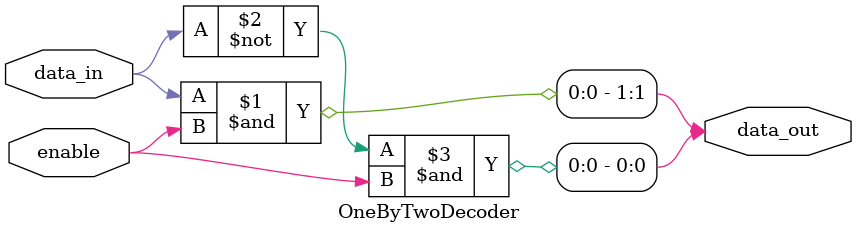
<source format=v>

module OneByTwoDecoder(input data_in, enable, output [1:0] data_out);
	assign data_out[1] = data_in & enable;
	assign data_out[0] = ~data_in & enable;
endmodule
</source>
